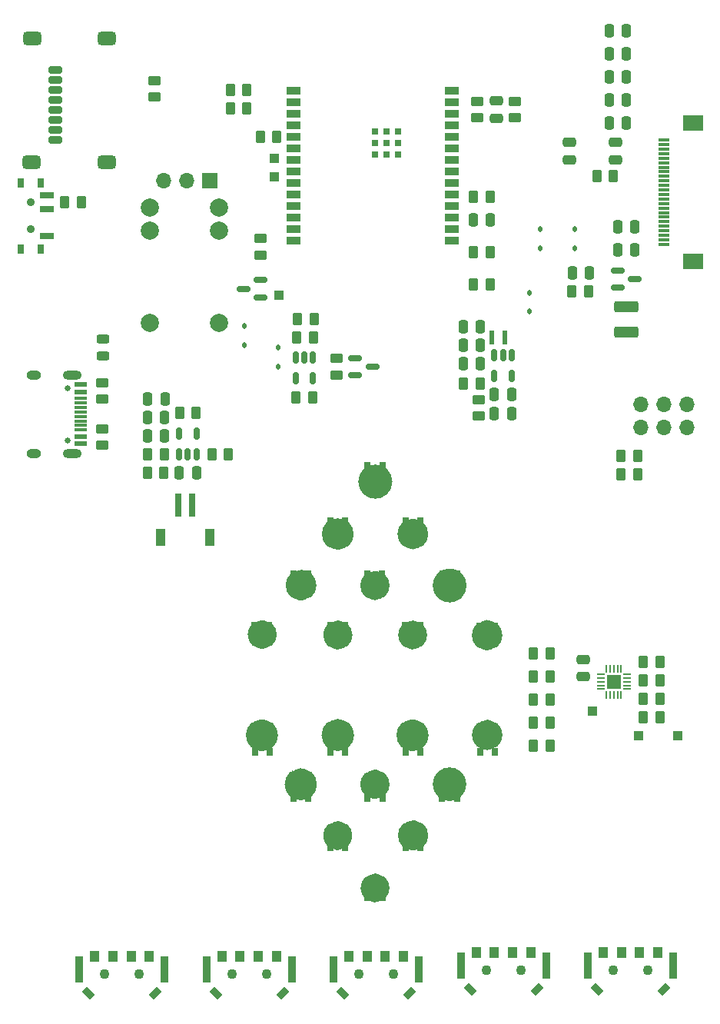
<source format=gbr>
%TF.GenerationSoftware,KiCad,Pcbnew,7.99.0-3134-gf47cc39208*%
%TF.CreationDate,2023-10-21T21:10:59+01:00*%
%TF.ProjectId,hh2024,68683230-3234-42e6-9b69-6361645f7063,rev?*%
%TF.SameCoordinates,Original*%
%TF.FileFunction,Soldermask,Bot*%
%TF.FilePolarity,Negative*%
%FSLAX46Y46*%
G04 Gerber Fmt 4.6, Leading zero omitted, Abs format (unit mm)*
G04 Created by KiCad (PCBNEW 7.99.0-3134-gf47cc39208) date 2023-10-21 21:10:59*
%MOMM*%
%LPD*%
G01*
G04 APERTURE LIST*
G04 Aperture macros list*
%AMRoundRect*
0 Rectangle with rounded corners*
0 $1 Rounding radius*
0 $2 $3 $4 $5 $6 $7 $8 $9 X,Y pos of 4 corners*
0 Add a 4 corners polygon primitive as box body*
4,1,4,$2,$3,$4,$5,$6,$7,$8,$9,$2,$3,0*
0 Add four circle primitives for the rounded corners*
1,1,$1+$1,$2,$3*
1,1,$1+$1,$4,$5*
1,1,$1+$1,$6,$7*
1,1,$1+$1,$8,$9*
0 Add four rect primitives between the rounded corners*
20,1,$1+$1,$2,$3,$4,$5,0*
20,1,$1+$1,$4,$5,$6,$7,0*
20,1,$1+$1,$6,$7,$8,$9,0*
20,1,$1+$1,$8,$9,$2,$3,0*%
%AMRotRect*
0 Rectangle, with rotation*
0 The origin of the aperture is its center*
0 $1 length*
0 $2 width*
0 $3 Rotation angle, in degrees counterclockwise*
0 Add horizontal line*
21,1,$1,$2,0,0,$3*%
G04 Aperture macros list end*
%ADD10C,1.580304*%
%ADD11C,1.656310*%
%ADD12C,1.606519*%
%ADD13C,1.770000*%
%ADD14C,1.780030*%
%ADD15C,1.810000*%
%ADD16C,1.632645*%
%ADD17C,1.840460*%
%ADD18C,1.670127*%
%ADD19C,1.681336*%
%ADD20C,1.880112*%
%ADD21C,1.590537*%
%ADD22C,1.611192*%
%ADD23C,1.592146*%
%ADD24C,1.710776*%
%ADD25C,1.630294*%
%ADD26C,1.701999*%
%ADD27C,1.740122*%
%ADD28C,1.900111*%
%ADD29R,0.770000X0.950000*%
%ADD30RoundRect,0.250000X0.262500X0.450000X-0.262500X0.450000X-0.262500X-0.450000X0.262500X-0.450000X0*%
%ADD31R,0.900000X3.000000*%
%ADD32RotRect,1.200000X0.800000X315.000000*%
%ADD33C,1.100000*%
%ADD34RotRect,1.200000X0.800000X45.000000*%
%ADD35R,1.000000X1.300000*%
%ADD36RoundRect,0.112500X0.112500X-0.187500X0.112500X0.187500X-0.112500X0.187500X-0.112500X-0.187500X0*%
%ADD37RoundRect,0.250000X-0.262500X-0.450000X0.262500X-0.450000X0.262500X0.450000X-0.262500X0.450000X0*%
%ADD38RoundRect,0.250000X-0.250000X-0.475000X0.250000X-0.475000X0.250000X0.475000X-0.250000X0.475000X0*%
%ADD39R,1.000000X1.000000*%
%ADD40R,1.500000X0.900000*%
%ADD41R,0.800000X0.800000*%
%ADD42RoundRect,0.150000X-0.587500X-0.150000X0.587500X-0.150000X0.587500X0.150000X-0.587500X0.150000X0*%
%ADD43RoundRect,0.150000X0.587500X0.150000X-0.587500X0.150000X-0.587500X-0.150000X0.587500X-0.150000X0*%
%ADD44R,0.700000X2.500000*%
%ADD45R,1.100000X1.900000*%
%ADD46RoundRect,0.250000X0.450000X-0.262500X0.450000X0.262500X-0.450000X0.262500X-0.450000X-0.262500X0*%
%ADD47RoundRect,0.250000X0.250000X0.475000X-0.250000X0.475000X-0.250000X-0.475000X0.250000X-0.475000X0*%
%ADD48RoundRect,0.150000X-0.150000X0.512500X-0.150000X-0.512500X0.150000X-0.512500X0.150000X0.512500X0*%
%ADD49C,2.000000*%
%ADD50RoundRect,0.250000X-0.450000X0.262500X-0.450000X-0.262500X0.450000X-0.262500X0.450000X0.262500X0*%
%ADD51O,1.700000X1.700000*%
%ADD52RoundRect,0.112500X-0.112500X0.187500X-0.112500X-0.187500X0.112500X-0.187500X0.112500X0.187500X0*%
%ADD53C,0.650000*%
%ADD54R,1.450000X0.600000*%
%ADD55R,1.450000X0.300000*%
%ADD56O,1.600000X1.000000*%
%ADD57O,2.100000X1.000000*%
%ADD58RoundRect,0.137500X-0.137500X-0.662500X0.137500X-0.662500X0.137500X0.662500X-0.137500X0.662500X0*%
%ADD59R,1.300000X0.300000*%
%ADD60R,2.200000X1.800000*%
%ADD61RoundRect,0.250000X0.475000X-0.250000X0.475000X0.250000X-0.475000X0.250000X-0.475000X-0.250000X0*%
%ADD62RoundRect,0.150000X0.150000X-0.512500X0.150000X0.512500X-0.150000X0.512500X-0.150000X-0.512500X0*%
%ADD63RoundRect,0.250000X1.075000X-0.375000X1.075000X0.375000X-1.075000X0.375000X-1.075000X-0.375000X0*%
%ADD64RoundRect,0.250000X-0.475000X0.250000X-0.475000X-0.250000X0.475000X-0.250000X0.475000X0.250000X0*%
%ADD65R,0.800000X1.000000*%
%ADD66C,0.900000*%
%ADD67R,1.500000X0.700000*%
%ADD68RoundRect,0.200000X-0.550000X0.200000X-0.550000X-0.200000X0.550000X-0.200000X0.550000X0.200000X0*%
%ADD69RoundRect,0.375000X-0.625000X0.375000X-0.625000X-0.375000X0.625000X-0.375000X0.625000X0.375000X0*%
%ADD70RoundRect,0.243750X-0.456250X0.243750X-0.456250X-0.243750X0.456250X-0.243750X0.456250X0.243750X0*%
%ADD71RoundRect,0.050000X0.375000X0.050000X-0.375000X0.050000X-0.375000X-0.050000X0.375000X-0.050000X0*%
%ADD72RoundRect,0.050000X0.050000X0.375000X-0.050000X0.375000X-0.050000X-0.375000X0.050000X-0.375000X0*%
%ADD73R,1.650000X1.650000*%
%ADD74R,1.700000X1.700000*%
G04 APERTURE END LIST*
D10*
X132790152Y-142630000D02*
G75*
G02*
X132790152Y-142630000I-790152J0D01*
G01*
D11*
X137018155Y-136840000D02*
G75*
G02*
X137018155Y-136840000I-828155J0D01*
G01*
D12*
X128693259Y-136860000D02*
G75*
G02*
X128693259Y-136860000I-803259J0D01*
G01*
D13*
X120425000Y-125810000D02*
G75*
G02*
X120425000Y-125810000I-885000J0D01*
G01*
D14*
X124710015Y-131210000D02*
G75*
G02*
X124710015Y-131210000I-890015J0D01*
G01*
D15*
X128805000Y-125790000D02*
G75*
G02*
X128805000Y-125790000I-905000J0D01*
G01*
D16*
X132806322Y-131210000D02*
G75*
G02*
X132806322Y-131210000I-816322J0D01*
G01*
D17*
X141130230Y-131200000D02*
G75*
G02*
X141130230Y-131200000I-920230J0D01*
G01*
D13*
X137015000Y-125810000D02*
G75*
G02*
X137015000Y-125810000I-885000J0D01*
G01*
D18*
X145195063Y-125780000D02*
G75*
G02*
X145195063Y-125780000I-835063J0D01*
G01*
D19*
X145190668Y-114795000D02*
G75*
G02*
X145190668Y-114795000I-840668J0D01*
G01*
D20*
X141160056Y-109320000D02*
G75*
G02*
X141160056Y-109320000I-940056J0D01*
G01*
D21*
X136945268Y-114770000D02*
G75*
G02*
X136945268Y-114770000I-795268J0D01*
G01*
D22*
X128705596Y-114770000D02*
G75*
G02*
X128705596Y-114770000I-805596J0D01*
G01*
D23*
X120366073Y-114720000D02*
G75*
G02*
X120366073Y-114720000I-796073J0D01*
G01*
D24*
X124705388Y-109290000D02*
G75*
G02*
X124705388Y-109290000I-855388J0D01*
G01*
D25*
X132805147Y-109330000D02*
G75*
G02*
X132805147Y-109330000I-815147J0D01*
G01*
D26*
X137020999Y-103650000D02*
G75*
G02*
X137020999Y-103650000I-850999J0D01*
G01*
D27*
X128760061Y-103650000D02*
G75*
G02*
X128760061Y-103650000I-870061J0D01*
G01*
D28*
X132980055Y-97880000D02*
G75*
G02*
X132980055Y-97880000I-950055J0D01*
G01*
D29*
%TO.C,D8*%
X136990000Y-102270000D03*
X135360000Y-102270000D03*
%TD*%
D30*
%TO.C,R23*%
X151280500Y-124460000D03*
X149455500Y-124460000D03*
%TD*%
D31*
%TO.C,SW2*%
X113433000Y-151594000D03*
D32*
X114453000Y-154204000D03*
D33*
X116233000Y-152094000D03*
X120033000Y-152094000D03*
D34*
X121813000Y-154204000D03*
D31*
X122833000Y-151594000D03*
D35*
X115133000Y-150144000D03*
X121133000Y-150144000D03*
X117133000Y-150144000D03*
X119133000Y-150144000D03*
%TD*%
D36*
%TO.C,D2*%
X149037000Y-79155000D03*
X149037000Y-77055000D03*
%TD*%
D37*
%TO.C,R7*%
X142851500Y-66548000D03*
X144676500Y-66548000D03*
%TD*%
D29*
%TO.C,D12*%
X128715000Y-102270000D03*
X127085000Y-102270000D03*
%TD*%
D38*
%TO.C,C7*%
X106949200Y-88773000D03*
X108849200Y-88773000D03*
%TD*%
%TO.C,C21*%
X157800000Y-58420000D03*
X159700000Y-58420000D03*
%TD*%
%TO.C,C16*%
X157800000Y-55880000D03*
X159700000Y-55880000D03*
%TD*%
D37*
%TO.C,R18*%
X106910500Y-96901000D03*
X108735500Y-96901000D03*
%TD*%
D38*
%TO.C,C22*%
X157800000Y-53340000D03*
X159700000Y-53340000D03*
%TD*%
D29*
%TO.C,D22*%
X118785000Y-127605000D03*
X120415000Y-127605000D03*
%TD*%
D39*
%TO.C,TP5*%
X120925000Y-62300000D03*
%TD*%
D30*
%TO.C,R27*%
X151280500Y-121920000D03*
X149455500Y-121920000D03*
%TD*%
D37*
%TO.C,R15*%
X123449900Y-79965100D03*
X125274900Y-79965100D03*
%TD*%
%TO.C,R12*%
X141733900Y-87081400D03*
X143558900Y-87081400D03*
%TD*%
D30*
%TO.C,R25*%
X151280500Y-127000000D03*
X149455500Y-127000000D03*
%TD*%
D39*
%TO.C,TP6*%
X165370000Y-125870000D03*
%TD*%
D29*
%TO.C,D9*%
X120340000Y-113795000D03*
X118710000Y-113795000D03*
%TD*%
D30*
%TO.C,R32*%
X117879500Y-54737000D03*
X116054500Y-54737000D03*
%TD*%
D40*
%TO.C,U1*%
X140505000Y-54857000D03*
X140505000Y-56127000D03*
X140505000Y-57397000D03*
X140505000Y-58667000D03*
X140505000Y-59937000D03*
X140505000Y-61207000D03*
X140505000Y-62477000D03*
X140505000Y-63747000D03*
X140505000Y-65017000D03*
X140505000Y-66287000D03*
X140505000Y-67557000D03*
X140505000Y-68827000D03*
X140505000Y-70097000D03*
X140505000Y-71367000D03*
X123005000Y-71367000D03*
X123005000Y-70097000D03*
X123005000Y-68827000D03*
X123005000Y-67557000D03*
X123005000Y-66287000D03*
X123005000Y-65017000D03*
X123005000Y-63747000D03*
X123005000Y-62477000D03*
X123005000Y-61207000D03*
X123005000Y-59937000D03*
X123005000Y-58667000D03*
X123005000Y-57397000D03*
X123005000Y-56127000D03*
X123005000Y-54857000D03*
D41*
X134510000Y-61827000D03*
X134510000Y-60577000D03*
X134510000Y-59327000D03*
X133260000Y-61827000D03*
X133260000Y-60577000D03*
X133260000Y-59327000D03*
X132010000Y-61827000D03*
X132010000Y-60577000D03*
X132010000Y-59327000D03*
%TD*%
D42*
%TO.C,Q1*%
X129828000Y-86147500D03*
X129828000Y-84247500D03*
X131703000Y-85197500D03*
%TD*%
D39*
%TO.C,TP4*%
X120925000Y-64300000D03*
%TD*%
D43*
%TO.C,Q3*%
X119380000Y-75692000D03*
X119380000Y-77592000D03*
X117505000Y-76642000D03*
%TD*%
D44*
%TO.C,J5*%
X111863000Y-100457000D03*
X110363000Y-100457000D03*
D45*
X113813000Y-104057000D03*
X108413000Y-104057000D03*
%TD*%
D46*
%TO.C,R8*%
X119380000Y-72945000D03*
X119380000Y-71120000D03*
%TD*%
D47*
%TO.C,C13*%
X108839000Y-92855750D03*
X106939000Y-92855750D03*
%TD*%
D31*
%TO.C,SW4*%
X141445000Y-151160500D03*
D32*
X142465000Y-153770500D03*
D33*
X144245000Y-151660500D03*
X148045000Y-151660500D03*
D34*
X149825000Y-153770500D03*
D31*
X150845000Y-151160500D03*
D35*
X143145000Y-149710500D03*
X149145000Y-149710500D03*
X145145000Y-149710500D03*
X147145000Y-149710500D03*
%TD*%
D37*
%TO.C,R20*%
X123399100Y-82022500D03*
X125224100Y-82022500D03*
%TD*%
D30*
%TO.C,R35*%
X117879500Y-56769000D03*
X116054500Y-56769000D03*
%TD*%
D46*
%TO.C,R6*%
X143256000Y-57808500D03*
X143256000Y-55983500D03*
%TD*%
D47*
%TO.C,C5*%
X147048400Y-88267900D03*
X145148400Y-88267900D03*
%TD*%
D48*
%TO.C,U2*%
X145148400Y-83955400D03*
X146098400Y-83955400D03*
X147048400Y-83955400D03*
X147048400Y-86230400D03*
X145148400Y-86230400D03*
%TD*%
D47*
%TO.C,C10*%
X143596400Y-82890400D03*
X141696400Y-82890400D03*
%TD*%
D37*
%TO.C,R22*%
X156440500Y-64262000D03*
X158265500Y-64262000D03*
%TD*%
D29*
%TO.C,D17*%
X143585000Y-127605000D03*
X145215000Y-127605000D03*
%TD*%
D49*
%TO.C,K1*%
X107188000Y-80391000D03*
X107188000Y-70231000D03*
X107188000Y-67691000D03*
X114808000Y-67691000D03*
X114808000Y-70231000D03*
X114808000Y-80391000D03*
%TD*%
D50*
%TO.C,R16*%
X127766000Y-84285000D03*
X127766000Y-86110000D03*
%TD*%
D37*
%TO.C,R19*%
X106976500Y-94887750D03*
X108801500Y-94887750D03*
%TD*%
D36*
%TO.C,D3*%
X150180000Y-72170000D03*
X150180000Y-70070000D03*
%TD*%
D30*
%TO.C,R30*%
X163390500Y-117738000D03*
X161565500Y-117738000D03*
%TD*%
D29*
%TO.C,D15*%
X131185000Y-143605000D03*
X132815000Y-143605000D03*
%TD*%
D30*
%TO.C,R29*%
X163390500Y-119770000D03*
X161565500Y-119770000D03*
%TD*%
D31*
%TO.C,SW1*%
X99433000Y-151594000D03*
D32*
X100453000Y-154204000D03*
D33*
X102233000Y-152094000D03*
X106033000Y-152094000D03*
D34*
X107813000Y-154204000D03*
D31*
X108833000Y-151594000D03*
D35*
X101133000Y-150144000D03*
X107133000Y-150144000D03*
X103133000Y-150144000D03*
X105133000Y-150144000D03*
%TD*%
D29*
%TO.C,D20*%
X135385000Y-127605000D03*
X137015000Y-127605000D03*
%TD*%
D30*
%TO.C,R28*%
X163390500Y-121802000D03*
X161565500Y-121802000D03*
%TD*%
%TO.C,R24*%
X151280500Y-116840000D03*
X149455500Y-116840000D03*
%TD*%
%TO.C,R33*%
X121175000Y-59925000D03*
X119350000Y-59925000D03*
%TD*%
D29*
%TO.C,D5*%
X128715000Y-113795000D03*
X127085000Y-113795000D03*
%TD*%
D38*
%TO.C,C19*%
X158755000Y-69850000D03*
X160655000Y-69850000D03*
%TD*%
D39*
%TO.C,TP3*%
X121450000Y-77325000D03*
%TD*%
D42*
%TO.C,Q2*%
X158767500Y-76515000D03*
X158767500Y-74615000D03*
X160642500Y-75565000D03*
%TD*%
D31*
%TO.C,SW3*%
X127433000Y-151594000D03*
D32*
X128453000Y-154204000D03*
D33*
X130233000Y-152094000D03*
X134033000Y-152094000D03*
D34*
X135813000Y-154204000D03*
D31*
X136833000Y-151594000D03*
D35*
X129133000Y-150144000D03*
X135133000Y-150144000D03*
X131133000Y-150144000D03*
X133133000Y-150144000D03*
%TD*%
D36*
%TO.C,D1*%
X121361200Y-85225600D03*
X121361200Y-83125600D03*
%TD*%
D51*
%TO.C,J1*%
X161305000Y-89403000D03*
X161305000Y-91943000D03*
X163845000Y-89403000D03*
X163845000Y-91943000D03*
X166385000Y-89403000D03*
X166385000Y-91943000D03*
%TD*%
D52*
%TO.C,D4*%
X153990000Y-70070000D03*
X153990000Y-72170000D03*
%TD*%
D30*
%TO.C,R10*%
X144676500Y-72644000D03*
X142851500Y-72644000D03*
%TD*%
%TO.C,R26*%
X151280500Y-119380000D03*
X149455500Y-119380000D03*
%TD*%
D29*
%TO.C,D14*%
X132790000Y-108120000D03*
X131160000Y-108120000D03*
%TD*%
%TO.C,D13*%
X141065000Y-108070000D03*
X139435000Y-108070000D03*
%TD*%
D53*
%TO.C,J4*%
X98090000Y-93330000D03*
X98090000Y-87550000D03*
D54*
X99535000Y-93690000D03*
X99535000Y-92890000D03*
D55*
X99535000Y-91690000D03*
X99535000Y-90690000D03*
X99535000Y-90190000D03*
X99535000Y-89190000D03*
D54*
X99535000Y-87990000D03*
X99535000Y-87190000D03*
X99535000Y-87190000D03*
X99535000Y-87990000D03*
D55*
X99535000Y-88690000D03*
X99535000Y-89690000D03*
X99535000Y-91190000D03*
X99535000Y-92190000D03*
D54*
X99535000Y-92890000D03*
X99535000Y-93690000D03*
D56*
X94440000Y-94760000D03*
D57*
X98620000Y-94760000D03*
D56*
X94440000Y-86120000D03*
D57*
X98620000Y-86120000D03*
%TD*%
D46*
%TO.C,R4*%
X101900000Y-93892500D03*
X101900000Y-92067500D03*
%TD*%
D58*
%TO.C,L1*%
X144842400Y-82001400D03*
X146292400Y-82001400D03*
%TD*%
D59*
%TO.C,J6*%
X163800000Y-60250000D03*
X163800000Y-60750000D03*
X163800000Y-61250000D03*
X163800000Y-61750000D03*
X163800000Y-62250000D03*
X163800000Y-62750000D03*
X163800000Y-63250000D03*
X163800000Y-63750000D03*
X163800000Y-64250000D03*
X163800000Y-64750000D03*
X163800000Y-65250000D03*
X163800000Y-65750000D03*
X163800000Y-66250000D03*
X163800000Y-66750000D03*
X163800000Y-67250000D03*
X163800000Y-67750000D03*
X163800000Y-68250000D03*
X163800000Y-68750000D03*
X163800000Y-69250000D03*
X163800000Y-69750000D03*
X163800000Y-70250000D03*
X163800000Y-70750000D03*
X163800000Y-71250000D03*
X163800000Y-71750000D03*
D60*
X167050000Y-58350000D03*
X167050000Y-73650000D03*
%TD*%
D61*
%TO.C,C2*%
X154900000Y-119350000D03*
X154900000Y-117450000D03*
%TD*%
D37*
%TO.C,R13*%
X110466500Y-90297000D03*
X112291500Y-90297000D03*
%TD*%
D29*
%TO.C,D16*%
X139385000Y-132705000D03*
X141015000Y-132705000D03*
%TD*%
D62*
%TO.C,U3*%
X112329000Y-94858000D03*
X111379000Y-94858000D03*
X110429000Y-94858000D03*
X110429000Y-92583000D03*
X112329000Y-92583000D03*
%TD*%
D30*
%TO.C,R43*%
X163390500Y-123834000D03*
X161565500Y-123834000D03*
%TD*%
D38*
%TO.C,C18*%
X158755000Y-72390000D03*
X160655000Y-72390000D03*
%TD*%
D29*
%TO.C,D10*%
X136965000Y-113795000D03*
X135335000Y-113795000D03*
%TD*%
D47*
%TO.C,C11*%
X143596400Y-80858400D03*
X141696400Y-80858400D03*
%TD*%
D61*
%TO.C,C1*%
X145338800Y-57846000D03*
X145338800Y-55946000D03*
%TD*%
D37*
%TO.C,R14*%
X114022500Y-94869000D03*
X115847500Y-94869000D03*
%TD*%
D29*
%TO.C,D24*%
X122985000Y-132705000D03*
X124615000Y-132705000D03*
%TD*%
D50*
%TO.C,R34*%
X147370800Y-55983500D03*
X147370800Y-57808500D03*
%TD*%
D29*
%TO.C,D23*%
X127085000Y-138105000D03*
X128715000Y-138105000D03*
%TD*%
D39*
%TO.C,TP2*%
X161000000Y-125870000D03*
%TD*%
D38*
%TO.C,C8*%
X141696400Y-84922400D03*
X143596400Y-84922400D03*
%TD*%
D63*
%TO.C,L2*%
X159705000Y-81410000D03*
X159705000Y-78610000D03*
%TD*%
D37*
%TO.C,R3*%
X159087500Y-95000000D03*
X160912500Y-95000000D03*
%TD*%
%TO.C,R21*%
X153707500Y-76962000D03*
X155532500Y-76962000D03*
%TD*%
D61*
%TO.C,C20*%
X158496000Y-62418000D03*
X158496000Y-60518000D03*
%TD*%
D29*
%TO.C,D21*%
X127085000Y-127605000D03*
X128715000Y-127605000D03*
%TD*%
D36*
%TO.C,D25*%
X117602000Y-82838000D03*
X117602000Y-80738000D03*
%TD*%
D30*
%TO.C,R9*%
X144676500Y-76200000D03*
X142851500Y-76200000D03*
%TD*%
D38*
%TO.C,C23*%
X157800000Y-48260000D03*
X159700000Y-48260000D03*
%TD*%
D47*
%TO.C,C4*%
X144714000Y-69088000D03*
X142814000Y-69088000D03*
%TD*%
D38*
%TO.C,C9*%
X106939000Y-90805000D03*
X108839000Y-90805000D03*
%TD*%
D29*
%TO.C,D18*%
X131185000Y-132705000D03*
X132815000Y-132705000D03*
%TD*%
D31*
%TO.C,SW5*%
X155445000Y-151160500D03*
D32*
X156465000Y-153770500D03*
D33*
X158245000Y-151660500D03*
X162045000Y-151660500D03*
D34*
X163825000Y-153770500D03*
D31*
X164845000Y-151160500D03*
D35*
X157145000Y-149710500D03*
X163145000Y-149710500D03*
X159145000Y-149710500D03*
X161145000Y-149710500D03*
%TD*%
D29*
%TO.C,D6*%
X145165000Y-113820000D03*
X143535000Y-113820000D03*
%TD*%
D47*
%TO.C,C15*%
X159700000Y-50800000D03*
X157800000Y-50800000D03*
%TD*%
D30*
%TO.C,R31*%
X99630500Y-67076000D03*
X97805500Y-67076000D03*
%TD*%
D47*
%TO.C,C6*%
X147048400Y-90426900D03*
X145148400Y-90426900D03*
%TD*%
D39*
%TO.C,TP1*%
X155925000Y-123125000D03*
%TD*%
D37*
%TO.C,R2*%
X159087500Y-97032000D03*
X160912500Y-97032000D03*
%TD*%
D64*
%TO.C,C17*%
X153416000Y-60518000D03*
X153416000Y-62418000D03*
%TD*%
D38*
%TO.C,C12*%
X110429000Y-96901000D03*
X112329000Y-96901000D03*
%TD*%
D65*
%TO.C,SW6*%
X92970000Y-72250000D03*
X95180000Y-72250000D03*
D66*
X94070000Y-70100000D03*
X94070000Y-67100000D03*
D65*
X92970000Y-64950000D03*
X95180000Y-64950000D03*
D67*
X95830000Y-70850000D03*
X95830000Y-67850000D03*
X95830000Y-66350000D03*
%TD*%
D50*
%TO.C,R11*%
X143408400Y-88835900D03*
X143408400Y-90660900D03*
%TD*%
D46*
%TO.C,R1*%
X107696000Y-55522500D03*
X107696000Y-53697500D03*
%TD*%
D68*
%TO.C,J3*%
X96789000Y-52530000D03*
X96789000Y-53630000D03*
X96789000Y-54730000D03*
X96789000Y-55830000D03*
X96789000Y-56930000D03*
X96789000Y-58030000D03*
X96789000Y-59130000D03*
X96789000Y-60230000D03*
D69*
X94189000Y-62680000D03*
X102489000Y-62680000D03*
X94239000Y-49080000D03*
X102489000Y-49080000D03*
%TD*%
D37*
%TO.C,R17*%
X123272100Y-88626500D03*
X125097100Y-88626500D03*
%TD*%
D70*
%TO.C,F1*%
X102000000Y-82162500D03*
X102000000Y-84037500D03*
%TD*%
D29*
%TO.C,D7*%
X132815000Y-96120000D03*
X131185000Y-96120000D03*
%TD*%
D38*
%TO.C,C14*%
X153736000Y-74930000D03*
X155636000Y-74930000D03*
%TD*%
D29*
%TO.C,D11*%
X124640000Y-108120000D03*
X123010000Y-108120000D03*
%TD*%
D50*
%TO.C,R5*%
X101900000Y-86987500D03*
X101900000Y-88812500D03*
%TD*%
D71*
%TO.C,U5*%
X156866000Y-120726000D03*
X156866000Y-120326000D03*
X156866000Y-119926000D03*
X156866000Y-119526000D03*
X156866000Y-119126000D03*
D72*
X157516000Y-118476000D03*
X157916000Y-118476000D03*
X158316000Y-118476000D03*
X158716000Y-118476000D03*
X159116000Y-118476000D03*
D71*
X159766000Y-119126000D03*
X159766000Y-119526000D03*
X159766000Y-119926000D03*
X159766000Y-120326000D03*
X159766000Y-120726000D03*
D72*
X159116000Y-121376000D03*
X158716000Y-121376000D03*
X158316000Y-121376000D03*
X157916000Y-121376000D03*
X157516000Y-121376000D03*
D73*
X158316000Y-119926000D03*
%TD*%
D74*
%TO.C,J2*%
X113762000Y-64770000D03*
D51*
X111222000Y-64770000D03*
X108682000Y-64770000D03*
%TD*%
D29*
%TO.C,D19*%
X135385000Y-138105000D03*
X137015000Y-138105000D03*
%TD*%
D48*
%TO.C,U4*%
X123234600Y-84187000D03*
X124184600Y-84187000D03*
X125134600Y-84187000D03*
X125134600Y-86462000D03*
X123234600Y-86462000D03*
%TD*%
M02*

</source>
